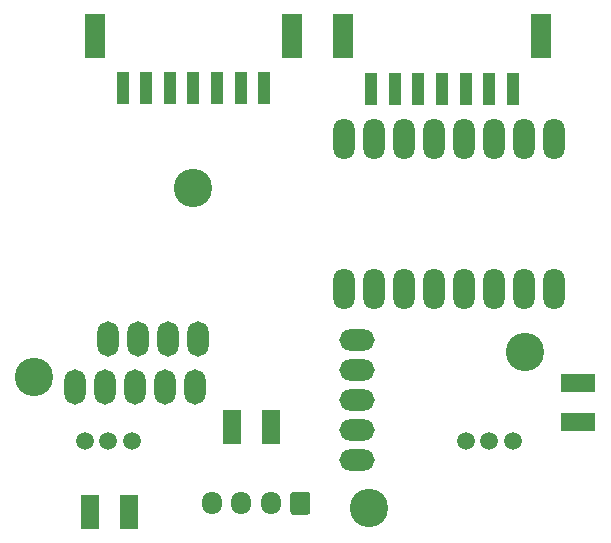
<source format=gbr>
G04 #@! TF.GenerationSoftware,KiCad,Pcbnew,(5.1.8)-1*
G04 #@! TF.CreationDate,2021-03-01T03:03:40-08:00*
G04 #@! TF.ProjectId,UAS,5541532e-6b69-4636-9164-5f7063625858,1*
G04 #@! TF.SameCoordinates,Original*
G04 #@! TF.FileFunction,Soldermask,Top*
G04 #@! TF.FilePolarity,Negative*
%FSLAX46Y46*%
G04 Gerber Fmt 4.6, Leading zero omitted, Abs format (unit mm)*
G04 Created by KiCad (PCBNEW (5.1.8)-1) date 2021-03-01 03:03:40*
%MOMM*%
%LPD*%
G01*
G04 APERTURE LIST*
%ADD10C,3.250000*%
%ADD11O,3.000000X1.800000*%
%ADD12C,1.500000*%
%ADD13R,3.000000X1.500000*%
%ADD14R,1.500000X3.000000*%
%ADD15R,1.000000X2.700000*%
%ADD16R,1.800000X3.800000*%
%ADD17O,1.800000X3.500000*%
%ADD18O,1.800000X3.000000*%
%ADD19O,1.700000X1.950000*%
G04 APERTURE END LIST*
D10*
X148800000Y-118360000D03*
X162000000Y-105160000D03*
D11*
X147780000Y-114290000D03*
X147780000Y-111750000D03*
X147780000Y-109210000D03*
X147780000Y-106670000D03*
X147780000Y-104130000D03*
D12*
X124750000Y-112750000D03*
X126750000Y-112750000D03*
X128750000Y-112750000D03*
X157000000Y-112750000D03*
X159000000Y-112750000D03*
X161000000Y-112750000D03*
D13*
X166550000Y-111100000D03*
D14*
X140500000Y-111550000D03*
D13*
X166550000Y-107850000D03*
D14*
X137250000Y-111550000D03*
D15*
X133950000Y-82850000D03*
X131950000Y-82850000D03*
X135950000Y-82850000D03*
X137950000Y-82850000D03*
X129950000Y-82850000D03*
X127950000Y-82850000D03*
X139950000Y-82850000D03*
D16*
X142300000Y-78400000D03*
X125600000Y-78400000D03*
D17*
X164470000Y-87150000D03*
X161930000Y-87150000D03*
X159390000Y-87150000D03*
X156850000Y-87150000D03*
X154310000Y-87150000D03*
X151770000Y-87150000D03*
X149230000Y-87150000D03*
X146690000Y-87150000D03*
X164470000Y-99850000D03*
X161930000Y-99850000D03*
X159390000Y-99850000D03*
X156850000Y-99850000D03*
X154310000Y-99850000D03*
X151770000Y-99850000D03*
X149230000Y-99850000D03*
X146690000Y-99850000D03*
D18*
X134310000Y-104080000D03*
X131770000Y-104080000D03*
X129230000Y-104080000D03*
X126690000Y-104080000D03*
D14*
X128500000Y-118750000D03*
X125210000Y-118760000D03*
D15*
X155000000Y-82900000D03*
X153000000Y-82900000D03*
X157000000Y-82900000D03*
X159000000Y-82900000D03*
X151000000Y-82900000D03*
X149000000Y-82900000D03*
X161000000Y-82900000D03*
D16*
X163350000Y-78450000D03*
X146650000Y-78450000D03*
D19*
X135500000Y-118000000D03*
X138000000Y-118000000D03*
X140500000Y-118000000D03*
G36*
G01*
X143850000Y-117275000D02*
X143850000Y-118725000D01*
G75*
G02*
X143600000Y-118975000I-250000J0D01*
G01*
X142400000Y-118975000D01*
G75*
G02*
X142150000Y-118725000I0J250000D01*
G01*
X142150000Y-117275000D01*
G75*
G02*
X142400000Y-117025000I250000J0D01*
G01*
X143600000Y-117025000D01*
G75*
G02*
X143850000Y-117275000I0J-250000D01*
G01*
G37*
D10*
X120430000Y-107300000D03*
X133930000Y-91300000D03*
D18*
X134120000Y-108140000D03*
X131580000Y-108140000D03*
X129040000Y-108140000D03*
X126500000Y-108140000D03*
X123960000Y-108140000D03*
M02*

</source>
